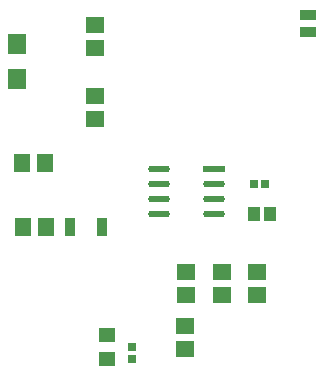
<source format=gbp>
G04*
G04 #@! TF.GenerationSoftware,Altium Limited,Altium Designer,22.10.1 (41)*
G04*
G04 Layer_Color=128*
%FSLAX42Y42*%
%MOMM*%
G71*
G04*
G04 #@! TF.SameCoordinates,D2B3F530-26F6-4905-BC13-EF821CD2D141*
G04*
G04*
G04 #@! TF.FilePolarity,Positive*
G04*
G01*
G75*
%ADD19R,0.67X0.72*%
%ADD20R,0.72X0.67*%
%ADD22R,1.55X1.35*%
%ADD25R,1.35X1.55*%
%ADD58R,1.01X1.26*%
%ADD59R,0.90X1.55*%
%ADD60R,1.45X1.20*%
%ADD61R,1.55X1.75*%
%ADD62R,1.87X0.54*%
G04:AMPARAMS|DCode=63|XSize=1.87mm|YSize=0.54mm|CornerRadius=0.27mm|HoleSize=0mm|Usage=FLASHONLY|Rotation=180.000|XOffset=0mm|YOffset=0mm|HoleType=Round|Shape=RoundedRectangle|*
%AMROUNDEDRECTD63*
21,1,1.87,0.00,0,0,180.0*
21,1,1.33,0.54,0,0,180.0*
1,1,0.54,-0.67,0.00*
1,1,0.54,0.67,0.00*
1,1,0.54,0.67,0.00*
1,1,0.54,-0.67,0.00*
%
%ADD63ROUNDEDRECTD63*%
%ADD64R,1.35X0.95*%
D19*
X9068Y6388D02*
D03*
Y6292D02*
D03*
D20*
X10195Y7772D02*
D03*
X10099D02*
D03*
D22*
X9512Y6566D02*
D03*
Y6371D02*
D03*
X8750Y9119D02*
D03*
Y8924D02*
D03*
X9830Y6828D02*
D03*
Y7023D02*
D03*
X10122Y6828D02*
D03*
Y7023D02*
D03*
X9525Y6828D02*
D03*
Y7023D02*
D03*
X8750Y8518D02*
D03*
Y8323D02*
D03*
D25*
X8136Y7950D02*
D03*
X8331D02*
D03*
X8141Y7404D02*
D03*
X8336D02*
D03*
D58*
X10236Y7518D02*
D03*
X10096D02*
D03*
D59*
X8542Y7404D02*
D03*
X8807D02*
D03*
D60*
X8852Y6490D02*
D03*
Y6290D02*
D03*
D61*
X8090Y8956D02*
D03*
Y8661D02*
D03*
D62*
X9757Y7899D02*
D03*
D63*
Y7772D02*
D03*
Y7645D02*
D03*
Y7518D02*
D03*
X9293D02*
D03*
Y7645D02*
D03*
Y7772D02*
D03*
Y7899D02*
D03*
D64*
X10554Y9055D02*
D03*
Y9205D02*
D03*
M02*

</source>
